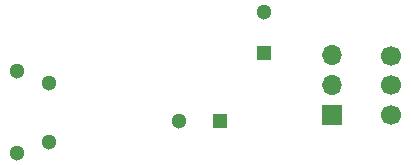
<source format=gbr>
G04 #@! TF.FileFunction,Soldermask,Bot*
%FSLAX46Y46*%
G04 Gerber Fmt 4.6, Leading zero omitted, Abs format (unit mm)*
G04 Created by KiCad (PCBNEW (2015-12-22 BZR 6403)-product) date Mon 09 Jan 2017 12:27:38 AM EST*
%MOMM*%
G01*
G04 APERTURE LIST*
%ADD10C,0.100000*%
%ADD11C,1.300000*%
%ADD12R,1.300000X1.300000*%
%ADD13C,1.700000*%
%ADD14R,1.700000X1.700000*%
%ADD15O,1.700000X1.700000*%
G04 APERTURE END LIST*
D10*
D11*
X140500000Y-110000000D03*
D12*
X144000000Y-110000000D03*
D13*
X158500000Y-104500000D03*
D11*
X129562540Y-106749100D03*
X129562540Y-111749100D03*
X126862540Y-105749100D03*
X126862540Y-112749100D03*
X147750000Y-100750000D03*
D12*
X147750000Y-104250000D03*
D13*
X158500000Y-107000000D03*
X158500000Y-109500000D03*
D14*
X153500000Y-109540000D03*
D15*
X153500000Y-107000000D03*
X153500000Y-104460000D03*
M02*

</source>
